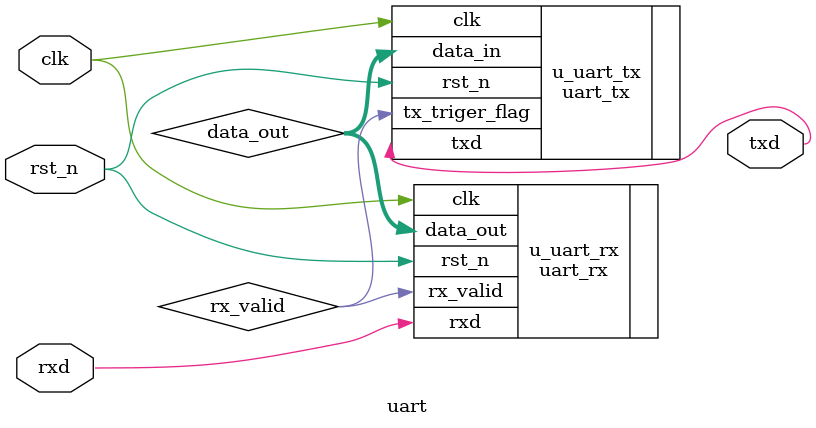
<source format=v>
`include "uart_rx.v"
`include "uart_tx.v"
module uart #(parameter datawidth = 8 , Baudrate = 9600  )(
    input clk,
    input rst_n,
    input rxd,
    output txd
);
wire [datawidth-1:0] data_out;
wire rx_valid;
uart_rx#(
    .datawidth ( datawidth ),
    .Baudrate  ( Baudrate )
)u_uart_rx(
    .clk       ( clk       ),
    .rst_n     ( rst_n     ),
    .rxd       ( rxd       ),
    .data_out  ( data_out  ),
    .rx_valid  ( rx_valid  )
);
uart_tx#(
    .datawidth      (datawidth ),
    .Baudrate       ( Baudrate )
)u_uart_tx(
    .clk            ( clk            ),
    .rst_n          ( rst_n          ),
    .data_in        ( data_out        ),
    .tx_triger_flag ( rx_valid        ),
    .txd            ( txd            )
);


endmodule //uart
</source>
